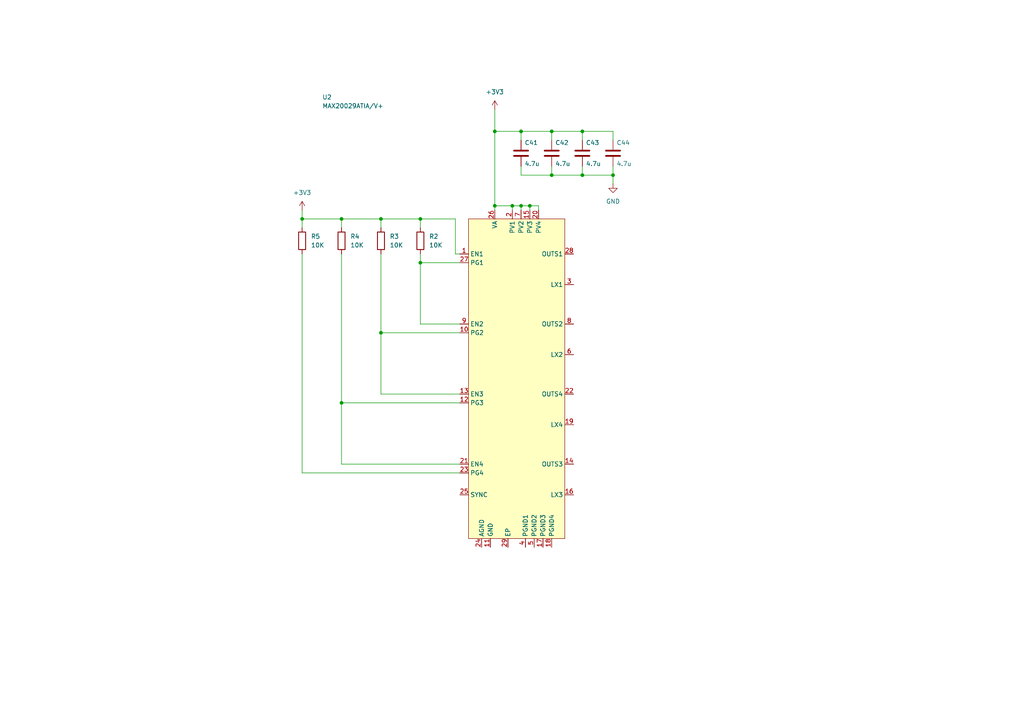
<source format=kicad_sch>
(kicad_sch (version 20250114) (generator "eeschema") (generator_version "9.0")
  (paper "A4")
  (lib_symbols
    (symbol "Device:C" (pin_numbers (hide yes)) (pin_names (offset 0.254))
      (property "Reference" "C" (at 0.635 2.54 0))
      (property "Value" "C" (at 0.635 -2.54 0))
      (symbol "C_0_1"
        (polyline (pts (xy -2.032 0.762) (xy 2.032 0.762)) (stroke (width 0.508)))
        (polyline (pts (xy -2.032 -0.762) (xy 2.032 -0.762)) (stroke (width 0.508)))
      )
      (symbol "C_1_1"
        (pin passive line (at 0 3.81 270) (length 2.794) (name "~") (number "1"))
        (pin passive line (at 0 -3.81 90) (length 2.794) (name "~") (number "2"))
      )
    )
    (symbol "Device:R" (pin_numbers (hide yes)) (pin_names (offset 0))
      (property "Reference" "R" (at 2.032 0 90))
      (property "Value" "R" (at 0 0 90))
      (symbol "R_0_1"
        (rectangle (start -1.016 -2.54) (end 1.016 2.54) (stroke (width 0.254)))
      )
      (symbol "R_1_1"
        (pin passive line (at 0 3.81 270) (length 1.27) (name "~") (number "1"))
        (pin passive line (at 0 -3.81 90) (length 1.27) (name "~") (number "2"))
      )
    )
    (symbol "FPGA Accelerator:MAX20029"
      (property "Reference" "U" (at -53.34 43.18 0))
      (property "Value" "MAX20029ATIA/V+" (at 0 -42.672 0))
      (symbol "MAX20029_0_1"
        (rectangle (start -13.97 63.5) (end 13.97 -29.21) (fill (type background)))
        (pin unspecified line (at -16.51 53.34 0) (length 2.54) (name "EN1") (number "1"))
        (pin unspecified line (at -16.51 50.8 0) (length 2.54) (name "PG1") (number "27"))
        (pin unspecified line (at -16.51 33.02 0) (length 2.54) (name "EN2") (number "9"))
        (pin unspecified line (at -16.51 30.48 0) (length 2.54) (name "PG2") (number "10"))
        (pin unspecified line (at -16.51 12.7 0) (length 2.54) (name "EN3") (number "13"))
        (pin unspecified line (at -16.51 10.16 0) (length 2.54) (name "PG3") (number "12"))
        (pin unspecified line (at -16.51 -7.62 0) (length 2.54) (name "EN4") (number "21"))
        (pin unspecified line (at -16.51 -10.16 0) (length 2.54) (name "PG4") (number "23"))
        (pin unspecified line (at -16.51 -16.51 0) (length 2.54) (name "SYNC") (number "25"))
        (pin unspecified line (at -7.62 -31.75 90) (length 2.54) (name "GND") (number "11"))
        (pin unspecified line (at -6.35 66.04 270) (length 2.54) (name "VA") (number "26"))
        (pin unspecified line (at -2.54 -31.75 90) (length 2.54) (name "EP") (number "29"))
        (pin unspecified line (at 2.54 -31.75 90) (length 2.54) (name "PGND1") (number "4"))
        (pin unspecified line (at 5.08 -31.75 90) (length 2.54) (name "PGND2") (number "5"))
        (pin unspecified line (at 7.62 -31.75 90) (length 2.54) (name "PGND3") (number "17"))
        (pin unspecified line (at 10.16 -31.75 90) (length 2.54) (name "PGND4") (number "18"))
        (pin unspecified line (at 16.51 53.34 180) (length 2.54) (name "OUTS1") (number "28"))
        (pin unspecified line (at 16.51 44.45 180) (length 2.54) (name "LX1") (number "3"))
        (pin unspecified line (at 16.51 33.02 180) (length 2.54) (name "OUTS2") (number "8"))
        (pin unspecified line (at 16.51 24.13 180) (length 2.54) (name "LX2") (number "6"))
        (pin unspecified line (at 16.51 12.7 180) (length 2.54) (name "OUTS4") (number "22"))
        (pin unspecified line (at 16.51 3.81 180) (length 2.54) (name "LX4") (number "19"))
        (pin unspecified line (at 16.51 -7.62 180) (length 2.54) (name "OUTS3") (number "14"))
        (pin unspecified line (at 16.51 -16.51 180) (length 2.54) (name "LX3") (number "16"))
      )
      (symbol "MAX20029_1_1"
        (pin unspecified line (at -10.16 -31.75 90) (length 2.54) (name "AGND") (number "24"))
        (pin unspecified line (at -1.27 66.04 270) (length 2.54) (name "PV1") (number "2"))
        (pin unspecified line (at 1.27 66.04 270) (length 2.54) (name "PV2") (number "7"))
        (pin unspecified line (at 3.81 66.04 270) (length 2.54) (name "PV3") (number "15"))
        (pin unspecified line (at 6.35 66.04 270) (length 2.54) (name "PV4") (number "20"))
      )
    )
    (symbol "power:+3V3" (power) (pin_numbers (hide yes)) (pin_names (offset 0) (hide yes))
      (property "Value" "+3V3" (at 0 3.556 0))
      (symbol "+3V3_0_1"
        (polyline (pts (xy -0.762 1.27) (xy 0 2.54)))
        (polyline (pts (xy 0 2.54) (xy 0.762 1.27)))
        (polyline (pts (xy 0 0) (xy 0 2.54)))
      )
      (symbol "+3V3_1_1"
        (pin power_in line (at 0 0 90) (length 0) (name "~") (number "1"))
      )
    )
    (symbol "power:GND" (power) (pin_numbers (hide yes)) (pin_names (offset 0) (hide yes))
      (property "Value" "GND" (at 0 -3.81 0))
      (symbol "GND_0_1"
        (polyline (pts (xy 0 0) (xy 0 -1.27) (xy 1.27 -1.27) (xy 0 -2.54) (xy -1.27 -1.27) (xy 0 -1.27)))
      )
      (symbol "GND_1_1"
        (pin power_in line (at 0 0 270) (length 0) (name "~") (number "1"))
      )
    )
  )
  (junction (at 121.92 76.2))
  (junction (at 110.49 96.52))
  (junction (at 143.51 59.69))
  (junction (at 160.02 50.8))
  (junction (at 121.92 63.5))
  (junction (at 99.06 63.5))
  (junction (at 151.13 38.1))
  (junction (at 168.91 50.8))
  (junction (at 99.06 116.84))
  (junction (at 151.13 59.69))
  (junction (at 87.63 63.5))
  (junction (at 168.91 38.1))
  (junction (at 177.8 50.8))
  (junction (at 160.02 38.1))
  (junction (at 110.49 63.5))
  (junction (at 148.59 59.69))
  (junction (at 153.67 59.69))
  (junction (at 143.51 38.1))
  (wire (pts (xy 132.08 73.66) (xy 133.35 73.66)))
  (wire (pts (xy 168.91 38.1) (xy 177.8 38.1)))
  (wire (pts (xy 160.02 48.26) (xy 160.02 50.8)))
  (wire (pts (xy 99.06 63.5) (xy 110.49 63.5)))
  (wire (pts (xy 148.59 59.69) (xy 148.59 60.96)))
  (wire (pts (xy 99.06 134.62) (xy 133.35 134.62)))
  (wire (pts (xy 110.49 96.52) (xy 110.49 114.3)))
  (wire (pts (xy 121.92 73.66) (xy 121.92 76.2)))
  (wire (pts (xy 168.91 50.8) (xy 177.8 50.8)))
  (wire (pts (xy 153.67 59.69) (xy 153.67 60.96)))
  (wire (pts (xy 99.06 66.04) (xy 99.06 63.5)))
  (wire (pts (xy 110.49 66.04) (xy 110.49 63.5)))
  (wire (pts (xy 121.92 63.5) (xy 132.08 63.5)))
  (wire (pts (xy 151.13 48.26) (xy 151.13 50.8)))
  (wire (pts (xy 148.59 59.69) (xy 151.13 59.69)))
  (wire (pts (xy 132.08 63.5) (xy 132.08 73.66)))
  (wire (pts (xy 168.91 48.26) (xy 168.91 50.8)))
  (wire (pts (xy 151.13 59.69) (xy 153.67 59.69)))
  (wire (pts (xy 151.13 38.1) (xy 160.02 38.1)))
  (wire (pts (xy 143.51 60.96) (xy 143.51 59.69)))
  (wire (pts (xy 110.49 73.66) (xy 110.49 96.52)))
  (wire (pts (xy 151.13 59.69) (xy 151.13 60.96)))
  (wire (pts (xy 99.06 73.66) (xy 99.06 116.84)))
  (wire (pts (xy 87.63 63.5) (xy 99.06 63.5)))
  (wire (pts (xy 143.51 31.75) (xy 143.51 38.1)))
  (wire (pts (xy 143.51 59.69) (xy 148.59 59.69)))
  (wire (pts (xy 143.51 38.1) (xy 151.13 38.1)))
  (wire (pts (xy 160.02 38.1) (xy 168.91 38.1)))
  (wire (pts (xy 177.8 53.34) (xy 177.8 50.8)))
  (wire (pts (xy 110.49 63.5) (xy 121.92 63.5)))
  (wire (pts (xy 160.02 50.8) (xy 168.91 50.8)))
  (wire (pts (xy 160.02 38.1) (xy 160.02 40.64)))
  (wire (pts (xy 110.49 114.3) (xy 133.35 114.3)))
  (wire (pts (xy 156.21 59.69) (xy 156.21 60.96)))
  (wire (pts (xy 110.49 96.52) (xy 133.35 96.52)))
  (wire (pts (xy 121.92 93.98) (xy 133.35 93.98)))
  (wire (pts (xy 87.63 60.96) (xy 87.63 63.5)))
  (wire (pts (xy 121.92 76.2) (xy 133.35 76.2)))
  (wire (pts (xy 99.06 116.84) (xy 99.06 134.62)))
  (wire (pts (xy 168.91 38.1) (xy 168.91 40.64)))
  (wire (pts (xy 151.13 38.1) (xy 151.13 40.64)))
  (wire (pts (xy 177.8 38.1) (xy 177.8 40.64)))
  (wire (pts (xy 87.63 137.16) (xy 133.35 137.16)))
  (wire (pts (xy 151.13 50.8) (xy 160.02 50.8)))
  (wire (pts (xy 121.92 76.2) (xy 121.92 93.98)))
  (wire (pts (xy 153.67 59.69) (xy 156.21 59.69)))
  (wire (pts (xy 177.8 50.8) (xy 177.8 48.26)))
  (wire (pts (xy 143.51 38.1) (xy 143.51 59.69)))
  (wire (pts (xy 99.06 116.84) (xy 133.35 116.84)))
  (wire (pts (xy 121.92 66.04) (xy 121.92 63.5)))
  (wire (pts (xy 87.63 66.04) (xy 87.63 63.5)))
  (wire (pts (xy 87.63 73.66) (xy 87.63 137.16)))
  (symbol (lib_id "Device:R") (at 121.92 69.85 0) (unit 1)
    (property "Reference" "R2" (at 124.46 68.5799 0) (effects (justify left)))
    (property "Value" "10K" (at 124.46 71.1199 0) (effects (justify left)))
    (property "Description" "Resistor" (effects (hide yes)))
  )
  (symbol (lib_id "Device:C") (at 151.13 44.45 0) (unit 1)
    (property "Reference" "C41" (at 152.146 41.402 0) (effects (justify left)))
    (property "Value" "4.7u" (at 152.146 47.498 0) (effects (justify left)))
    (property "Description" "Unpolarized capacitor" (effects (hide yes)))
  )
  (symbol (lib_id "Device:C") (at 168.91 44.45 0) (unit 1)
    (property "Reference" "C43" (at 169.926 41.402 0) (effects (justify left)))
    (property "Value" "4.7u" (at 169.926 47.498 0) (effects (justify left)))
    (property "Description" "Unpolarized capacitor" (effects (hide yes)))
  )
  (symbol (lib_id "FPGA Accelerator:MAX20029") (at 149.86 127 0) (unit 1)
    (property "Reference" "U2" (at 93.472 28.194 0) (effects (justify left)))
    (property "Value" "MAX20029ATIA/V+" (at 93.472 30.734 0) (effects (justify left)))
    (property "Footprint" "easyeda2kicad:QFN-28_L5.0-W5.0-P0.50-TL-EP3.2" (effects (hide yes)))
    (property "LCSC Part" "C1235515" (effects (hide yes)))
  )
  (symbol (lib_id "power:+3V3") (at 143.51 31.75 0) (unit 1)
    (property "Reference" "#PWR018" (effects (hide yes)))
    (property "Value" "+3V3" (at 143.51 26.67 0))
    (property "Description" "Power symbol creates a global label with name \"+3V3\"" (effects (hide yes)))
  )
  (symbol (lib_id "Device:C") (at 177.8 44.45 0) (unit 1)
    (property "Reference" "C44" (at 178.816 41.402 0) (effects (justify left)))
    (property "Value" "4.7u" (at 178.816 47.498 0) (effects (justify left)))
    (property "Description" "Unpolarized capacitor" (effects (hide yes)))
  )
  (symbol (lib_id "Device:R") (at 110.49 69.85 0) (unit 1)
    (property "Reference" "R3" (at 113.03 68.5799 0) (effects (justify left)))
    (property "Value" "10K" (at 113.03 71.1199 0) (effects (justify left)))
    (property "Description" "Resistor" (effects (hide yes)))
  )
  (symbol (lib_id "Device:R") (at 87.63 69.85 0) (unit 1)
    (property "Reference" "R5" (at 90.17 68.5799 0) (effects (justify left)))
    (property "Value" "10K" (at 90.17 71.1199 0) (effects (justify left)))
    (property "Description" "Resistor" (effects (hide yes)))
  )
  (symbol (lib_id "Device:R") (at 99.06 69.85 0) (unit 1)
    (property "Reference" "R4" (at 101.6 68.5799 0) (effects (justify left)))
    (property "Value" "10K" (at 101.6 71.1199 0) (effects (justify left)))
    (property "Description" "Resistor" (effects (hide yes)))
  )
  (symbol (lib_id "power:GND") (at 177.8 53.34 0) (unit 1)
    (property "Reference" "#PWR019" (effects (hide yes)))
    (property "Value" "GND" (at 177.8 58.42 0))
    (property "Description" "Power symbol creates a global label with name \"GND\" , ground" (effects (hide yes)))
  )
  (symbol (lib_id "power:+3V3") (at 87.63 60.96 0) (unit 1)
    (property "Reference" "#PWR04" (effects (hide yes)))
    (property "Value" "+3V3" (at 87.63 55.88 0))
    (property "Description" "Power symbol creates a global label with name \"+3V3\"" (effects (hide yes)))
  )
  (symbol (lib_id "Device:C") (at 160.02 44.45 0) (unit 1)
    (property "Reference" "C42" (at 161.036 41.402 0) (effects (justify left)))
    (property "Value" "4.7u" (at 161.036 47.498 0) (effects (justify left)))
    (property "Description" "Unpolarized capacitor" (effects (hide yes)))
  )
)
</source>
